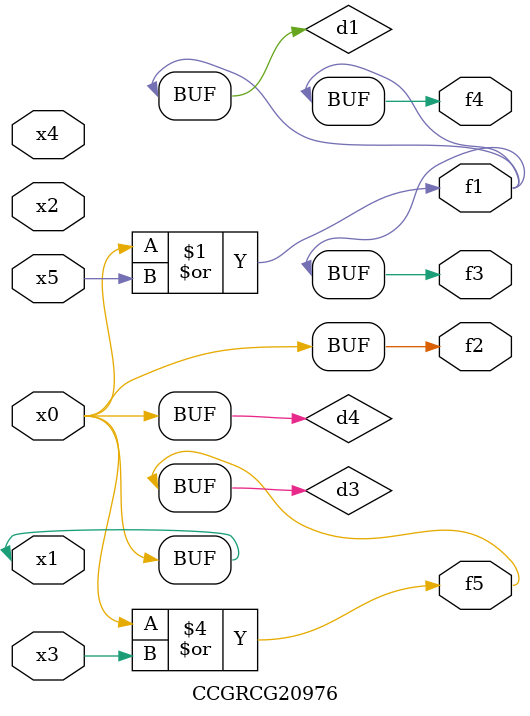
<source format=v>
module CCGRCG20976(
	input x0, x1, x2, x3, x4, x5,
	output f1, f2, f3, f4, f5
);

	wire d1, d2, d3, d4;

	or (d1, x0, x5);
	xnor (d2, x1, x4);
	or (d3, x0, x3);
	buf (d4, x0, x1);
	assign f1 = d1;
	assign f2 = d4;
	assign f3 = d1;
	assign f4 = d1;
	assign f5 = d3;
endmodule

</source>
